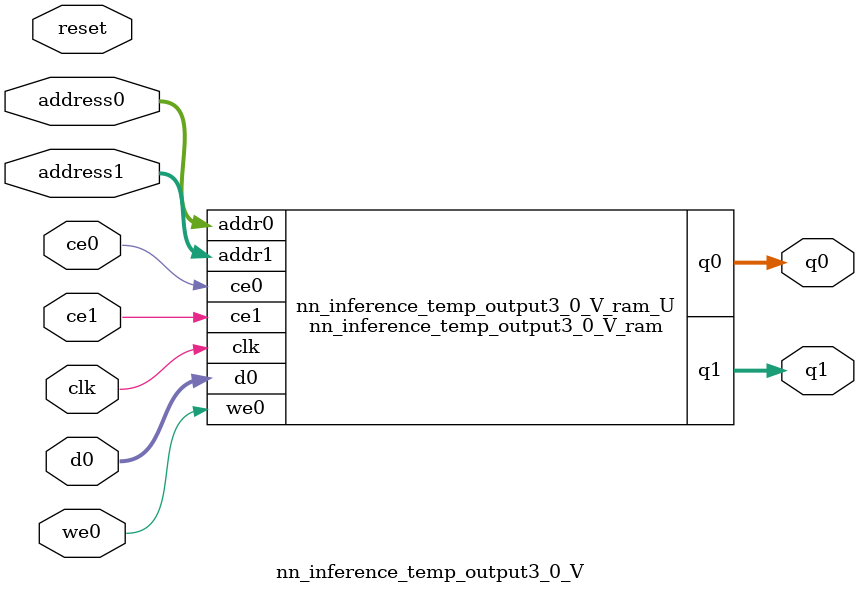
<source format=v>
`timescale 1 ns / 1 ps
module nn_inference_temp_output3_0_V_ram (addr0, ce0, d0, we0, q0, addr1, ce1, q1,  clk);

parameter DWIDTH = 32;
parameter AWIDTH = 4;
parameter MEM_SIZE = 16;

input[AWIDTH-1:0] addr0;
input ce0;
input[DWIDTH-1:0] d0;
input we0;
output reg[DWIDTH-1:0] q0;
input[AWIDTH-1:0] addr1;
input ce1;
output reg[DWIDTH-1:0] q1;
input clk;

reg [DWIDTH-1:0] ram[0:MEM_SIZE-1];




always @(posedge clk)  
begin 
    if (ce0) begin
        if (we0) 
            ram[addr0] <= d0; 
        q0 <= ram[addr0];
    end
end


always @(posedge clk)  
begin 
    if (ce1) begin
        q1 <= ram[addr1];
    end
end


endmodule

`timescale 1 ns / 1 ps
module nn_inference_temp_output3_0_V(
    reset,
    clk,
    address0,
    ce0,
    we0,
    d0,
    q0,
    address1,
    ce1,
    q1);

parameter DataWidth = 32'd32;
parameter AddressRange = 32'd16;
parameter AddressWidth = 32'd4;
input reset;
input clk;
input[AddressWidth - 1:0] address0;
input ce0;
input we0;
input[DataWidth - 1:0] d0;
output[DataWidth - 1:0] q0;
input[AddressWidth - 1:0] address1;
input ce1;
output[DataWidth - 1:0] q1;



nn_inference_temp_output3_0_V_ram nn_inference_temp_output3_0_V_ram_U(
    .clk( clk ),
    .addr0( address0 ),
    .ce0( ce0 ),
    .we0( we0 ),
    .d0( d0 ),
    .q0( q0 ),
    .addr1( address1 ),
    .ce1( ce1 ),
    .q1( q1 ));

endmodule


</source>
